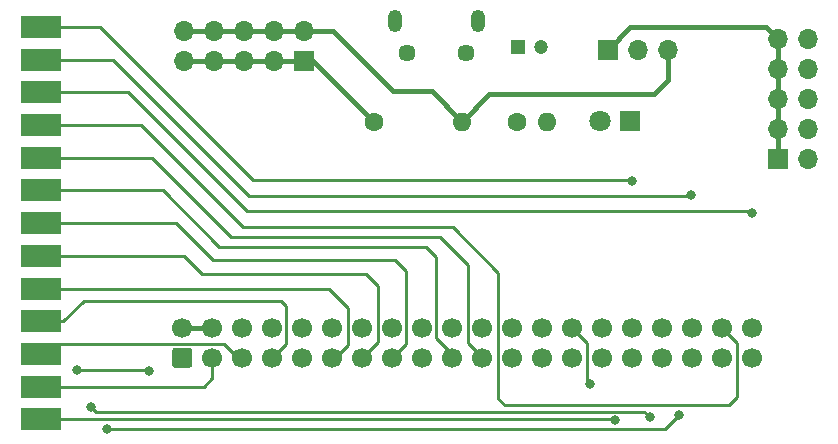
<source format=gbr>
%TF.GenerationSoftware,KiCad,Pcbnew,5.1.12-84ad8e8a86~92~ubuntu18.04.1*%
%TF.CreationDate,2022-06-27T01:27:44+02:00*%
%TF.ProjectId,Parallel-brk,50617261-6c6c-4656-9c2d-62726b2e6b69,rev?*%
%TF.SameCoordinates,Original*%
%TF.FileFunction,Copper,L2,Bot*%
%TF.FilePolarity,Positive*%
%FSLAX46Y46*%
G04 Gerber Fmt 4.6, Leading zero omitted, Abs format (unit mm)*
G04 Created by KiCad (PCBNEW 5.1.12-84ad8e8a86~92~ubuntu18.04.1) date 2022-06-27 01:27:44*
%MOMM*%
%LPD*%
G01*
G04 APERTURE LIST*
%TA.AperFunction,SMDPad,CuDef*%
%ADD10R,3.480000X1.846667*%
%TD*%
%TA.AperFunction,ComponentPad*%
%ADD11O,1.700000X1.700000*%
%TD*%
%TA.AperFunction,ComponentPad*%
%ADD12R,1.700000X1.700000*%
%TD*%
%TA.AperFunction,ComponentPad*%
%ADD13O,1.600000X1.600000*%
%TD*%
%TA.AperFunction,ComponentPad*%
%ADD14C,1.600000*%
%TD*%
%TA.AperFunction,ComponentPad*%
%ADD15O,1.200000X1.900000*%
%TD*%
%TA.AperFunction,ComponentPad*%
%ADD16C,1.450000*%
%TD*%
%TA.AperFunction,ComponentPad*%
%ADD17C,1.700000*%
%TD*%
%TA.AperFunction,ComponentPad*%
%ADD18C,1.800000*%
%TD*%
%TA.AperFunction,ComponentPad*%
%ADD19R,1.800000X1.800000*%
%TD*%
%TA.AperFunction,ComponentPad*%
%ADD20C,1.200000*%
%TD*%
%TA.AperFunction,ComponentPad*%
%ADD21R,1.200000X1.200000*%
%TD*%
%TA.AperFunction,ViaPad*%
%ADD22C,0.800000*%
%TD*%
%TA.AperFunction,Conductor*%
%ADD23C,0.400000*%
%TD*%
%TA.AperFunction,Conductor*%
%ADD24C,0.250000*%
%TD*%
G04 APERTURE END LIST*
D10*
%TO.P,J1,13*%
%TO.N,/s4*%
X100550000Y-45630000D03*
%TO.P,J1,12*%
%TO.N,/s5*%
X100550000Y-48400000D03*
%TO.P,J1,11*%
%TO.N,/s7*%
X100550000Y-51170000D03*
%TO.P,J1,10*%
%TO.N,/s6*%
X100550000Y-53940000D03*
%TO.P,J1,9*%
%TO.N,/d7*%
X100550000Y-56710000D03*
%TO.P,J1,8*%
%TO.N,/d6*%
X100550000Y-59480000D03*
%TO.P,J1,7*%
%TO.N,/d5*%
X100550000Y-62250000D03*
%TO.P,J1,6*%
%TO.N,/d4*%
X100550000Y-65020000D03*
%TO.P,J1,5*%
%TO.N,/d3*%
X100550000Y-67790000D03*
%TO.P,J1,4*%
%TO.N,/d2*%
X100550000Y-70560000D03*
%TO.P,J1,3*%
%TO.N,/d1*%
X100550000Y-73330000D03*
%TO.P,J1,2*%
%TO.N,/d0*%
X100550000Y-76100000D03*
%TO.P,J1,1*%
%TO.N,/c0*%
X100550000Y-78870000D03*
%TD*%
D11*
%TO.P,J6,10*%
%TO.N,+5V*%
X112690000Y-46010000D03*
%TO.P,J6,9*%
%TO.N,GND*%
X112690000Y-48550000D03*
%TO.P,J6,8*%
%TO.N,+5V*%
X115230000Y-46010000D03*
%TO.P,J6,7*%
%TO.N,GND*%
X115230000Y-48550000D03*
%TO.P,J6,6*%
%TO.N,+5V*%
X117770000Y-46010000D03*
%TO.P,J6,5*%
%TO.N,GND*%
X117770000Y-48550000D03*
%TO.P,J6,4*%
%TO.N,+5V*%
X120310000Y-46010000D03*
%TO.P,J6,3*%
%TO.N,GND*%
X120310000Y-48550000D03*
%TO.P,J6,2*%
%TO.N,+5V*%
X122850000Y-46010000D03*
D12*
%TO.P,J6,1*%
%TO.N,GND*%
X122850000Y-48550000D03*
%TD*%
D11*
%TO.P,J5,10*%
%TO.N,+3V3*%
X165540000Y-46690000D03*
%TO.P,J5,9*%
%TO.N,GND*%
X163000000Y-46690000D03*
%TO.P,J5,8*%
%TO.N,+3V3*%
X165540000Y-49230000D03*
%TO.P,J5,7*%
%TO.N,GND*%
X163000000Y-49230000D03*
%TO.P,J5,6*%
%TO.N,+3V3*%
X165540000Y-51770000D03*
%TO.P,J5,5*%
%TO.N,GND*%
X163000000Y-51770000D03*
%TO.P,J5,4*%
%TO.N,+3V3*%
X165540000Y-54310000D03*
%TO.P,J5,3*%
%TO.N,GND*%
X163000000Y-54310000D03*
%TO.P,J5,2*%
%TO.N,+3V3*%
X165540000Y-56850000D03*
D12*
%TO.P,J5,1*%
%TO.N,GND*%
X163000000Y-56850000D03*
%TD*%
D13*
%TO.P,R1,2*%
%TO.N,Net-(D1-Pad2)*%
X143440000Y-53650000D03*
D14*
%TO.P,R1,1*%
%TO.N,GND*%
X140900000Y-53650000D03*
%TD*%
D11*
%TO.P,J4,3*%
%TO.N,+5V*%
X153680000Y-47550000D03*
%TO.P,J4,2*%
%TO.N,+3V3*%
X151140000Y-47550000D03*
D12*
%TO.P,J4,1*%
%TO.N,GND*%
X148600000Y-47550000D03*
%TD*%
D15*
%TO.P,J3,6*%
%TO.N,GND*%
X130550000Y-45162500D03*
X137550000Y-45162500D03*
D16*
X131550000Y-47862500D03*
X136550000Y-47862500D03*
%TD*%
D17*
%TO.P,J2,40*%
%TO.N,/s7*%
X160810000Y-71110000D03*
%TO.P,J2,38*%
%TO.N,/s6*%
X158270000Y-71110000D03*
%TO.P,J2,36*%
%TO.N,/s5*%
X155730000Y-71110000D03*
%TO.P,J2,34*%
%TO.N,GND*%
X153190000Y-71110000D03*
%TO.P,J2,32*%
%TO.N,/s4*%
X150650000Y-71110000D03*
%TO.P,J2,30*%
%TO.N,GND*%
X148110000Y-71110000D03*
%TO.P,J2,28*%
%TO.N,/s3*%
X145570000Y-71110000D03*
%TO.P,J2,26*%
%TO.N,Net-(J2-Pad26)*%
X143030000Y-71110000D03*
%TO.P,J2,24*%
%TO.N,Net-(J2-Pad24)*%
X140490000Y-71110000D03*
%TO.P,J2,22*%
%TO.N,Net-(J2-Pad22)*%
X137950000Y-71110000D03*
%TO.P,J2,20*%
%TO.N,GND*%
X135410000Y-71110000D03*
%TO.P,J2,18*%
%TO.N,Net-(J2-Pad18)*%
X132870000Y-71110000D03*
%TO.P,J2,16*%
%TO.N,Net-(J2-Pad16)*%
X130330000Y-71110000D03*
%TO.P,J2,14*%
%TO.N,GND*%
X127790000Y-71110000D03*
%TO.P,J2,12*%
%TO.N,Net-(J2-Pad12)*%
X125250000Y-71110000D03*
%TO.P,J2,10*%
%TO.N,Net-(J2-Pad10)*%
X122710000Y-71110000D03*
%TO.P,J2,8*%
%TO.N,Net-(J2-Pad8)*%
X120170000Y-71110000D03*
%TO.P,J2,6*%
%TO.N,GND*%
X117630000Y-71110000D03*
%TO.P,J2,4*%
%TO.N,+5V*%
X115090000Y-71110000D03*
%TO.P,J2,2*%
X112550000Y-71110000D03*
%TO.P,J2,39*%
%TO.N,GND*%
X160810000Y-73650000D03*
%TO.P,J2,37*%
%TO.N,/c3*%
X158270000Y-73650000D03*
%TO.P,J2,35*%
%TO.N,/c2*%
X155730000Y-73650000D03*
%TO.P,J2,33*%
%TO.N,/c1*%
X153190000Y-73650000D03*
%TO.P,J2,31*%
%TO.N,/c0*%
X150650000Y-73650000D03*
%TO.P,J2,29*%
%TO.N,Net-(J2-Pad29)*%
X148110000Y-73650000D03*
%TO.P,J2,27*%
%TO.N,Net-(J2-Pad27)*%
X145570000Y-73650000D03*
%TO.P,J2,25*%
%TO.N,GND*%
X143030000Y-73650000D03*
%TO.P,J2,23*%
%TO.N,Net-(J2-Pad23)*%
X140490000Y-73650000D03*
%TO.P,J2,21*%
%TO.N,/d7*%
X137950000Y-73650000D03*
%TO.P,J2,19*%
%TO.N,/d6*%
X135410000Y-73650000D03*
%TO.P,J2,17*%
%TO.N,+3V3*%
X132870000Y-73650000D03*
%TO.P,J2,15*%
%TO.N,/d5*%
X130330000Y-73650000D03*
%TO.P,J2,13*%
%TO.N,/d4*%
X127790000Y-73650000D03*
%TO.P,J2,11*%
%TO.N,/d3*%
X125250000Y-73650000D03*
%TO.P,J2,9*%
%TO.N,GND*%
X122710000Y-73650000D03*
%TO.P,J2,7*%
%TO.N,/d2*%
X120170000Y-73650000D03*
%TO.P,J2,5*%
%TO.N,/d1*%
X117630000Y-73650000D03*
%TO.P,J2,3*%
%TO.N,/d0*%
X115090000Y-73650000D03*
%TO.P,J2,1*%
%TO.N,+3V3*%
%TA.AperFunction,ComponentPad*%
G36*
G01*
X113150000Y-74500000D02*
X111950000Y-74500000D01*
G75*
G02*
X111700000Y-74250000I0J250000D01*
G01*
X111700000Y-73050000D01*
G75*
G02*
X111950000Y-72800000I250000J0D01*
G01*
X113150000Y-72800000D01*
G75*
G02*
X113400000Y-73050000I0J-250000D01*
G01*
X113400000Y-74250000D01*
G75*
G02*
X113150000Y-74500000I-250000J0D01*
G01*
G37*
%TD.AperFunction*%
%TD*%
D18*
%TO.P,D1,2*%
%TO.N,Net-(D1-Pad2)*%
X147910000Y-53600000D03*
D19*
%TO.P,D1,1*%
%TO.N,+3V3*%
X150450000Y-53600000D03*
%TD*%
D20*
%TO.P,C2,2*%
%TO.N,+3V3*%
X142950000Y-47350000D03*
D21*
%TO.P,C2,1*%
%TO.N,GND*%
X140950000Y-47350000D03*
%TD*%
D13*
%TO.P,C1,2*%
%TO.N,+5V*%
X136250000Y-53650000D03*
D14*
%TO.P,C1,1*%
%TO.N,GND*%
X128750000Y-53650000D03*
%TD*%
D22*
%TO.N,/c2*%
X154650000Y-78450000D03*
X106150000Y-79650000D03*
%TO.N,/s3*%
X147100000Y-75900000D03*
X103650000Y-74700000D03*
X109750000Y-74750000D03*
%TO.N,/c1*%
X104850000Y-77850000D03*
X152150000Y-78700000D03*
%TO.N,/s4*%
X150650000Y-58700000D03*
%TO.N,/s5*%
X155600000Y-59900000D03*
%TO.N,/s7*%
X160800000Y-61350000D03*
%TO.N,/c0*%
X149150000Y-78950000D03*
%TD*%
D23*
%TO.N,+5V*%
X153680000Y-47550000D02*
X153680000Y-50120000D01*
X153680000Y-50120000D02*
X152450000Y-51350000D01*
X138550000Y-51350000D02*
X136250000Y-53650000D01*
X152450000Y-51350000D02*
X138550000Y-51350000D01*
X112690000Y-46010000D02*
X115230000Y-46010000D01*
X115230000Y-46010000D02*
X117770000Y-46010000D01*
X117770000Y-46010000D02*
X120310000Y-46010000D01*
X120310000Y-46010000D02*
X122850000Y-46010000D01*
X122850000Y-46010000D02*
X125310000Y-46010000D01*
X125310000Y-46010000D02*
X130400000Y-51100000D01*
X133700000Y-51100000D02*
X136250000Y-53650000D01*
X130400000Y-51100000D02*
X133700000Y-51100000D01*
X112550000Y-71110000D02*
X115090000Y-71110000D01*
%TO.N,GND*%
X148600000Y-47550000D02*
X150500000Y-45650000D01*
X161960000Y-45650000D02*
X163000000Y-46690000D01*
X150500000Y-45650000D02*
X161960000Y-45650000D01*
X163000000Y-46690000D02*
X163000000Y-49230000D01*
X163000000Y-49230000D02*
X163000000Y-51770000D01*
X163000000Y-51770000D02*
X163000000Y-54310000D01*
X163000000Y-54310000D02*
X163000000Y-56850000D01*
X112690000Y-48550000D02*
X115230000Y-48550000D01*
X115230000Y-48550000D02*
X117770000Y-48550000D01*
X117770000Y-48550000D02*
X120310000Y-48550000D01*
X120310000Y-48550000D02*
X122850000Y-48550000D01*
X123650000Y-48550000D02*
X128750000Y-53650000D01*
X122850000Y-48550000D02*
X123650000Y-48550000D01*
D24*
%TO.N,/c2*%
X154650000Y-78450000D02*
X153424999Y-79675001D01*
X106175001Y-79675001D02*
X106150000Y-79650000D01*
X153424999Y-79675001D02*
X106175001Y-79675001D01*
%TO.N,/s3*%
X147100000Y-75900000D02*
X146850000Y-75650000D01*
X146850000Y-72390000D02*
X145570000Y-71110000D01*
X146850000Y-75650000D02*
X146850000Y-72390000D01*
X103650000Y-74700000D02*
X109700000Y-74700000D01*
X109700000Y-74700000D02*
X109750000Y-74750000D01*
%TO.N,/c1*%
X151674999Y-78224999D02*
X152150000Y-78700000D01*
X104850000Y-77850000D02*
X105224999Y-78224999D01*
X105224999Y-78224999D02*
X151674999Y-78224999D01*
%TO.N,/s4*%
X100550000Y-45630000D02*
X105580000Y-45630000D01*
X105580000Y-45630000D02*
X118550000Y-58600000D01*
X118550000Y-58600000D02*
X150550000Y-58600000D01*
X150550000Y-58600000D02*
X150650000Y-58700000D01*
%TO.N,/s5*%
X100550000Y-48400000D02*
X106650000Y-48400000D01*
X106650000Y-48400000D02*
X118200000Y-59950000D01*
X118200000Y-59950000D02*
X155550000Y-59950000D01*
X155550000Y-59950000D02*
X155600000Y-59900000D01*
%TO.N,/s7*%
X100550000Y-51170000D02*
X107920000Y-51170000D01*
X107920000Y-51170000D02*
X118000000Y-61250000D01*
X118000000Y-61250000D02*
X136600000Y-61250000D01*
X136600000Y-61250000D02*
X160700000Y-61250000D01*
X160700000Y-61250000D02*
X160800000Y-61350000D01*
%TO.N,/s6*%
X100550000Y-53940000D02*
X109040000Y-53940000D01*
X109040000Y-53940000D02*
X117700000Y-62600000D01*
X117700000Y-62600000D02*
X135450000Y-62600000D01*
X139314999Y-66464999D02*
X139314999Y-77114999D01*
X135450000Y-62600000D02*
X139314999Y-66464999D01*
X139314999Y-77114999D02*
X139850000Y-77650000D01*
X139850000Y-77650000D02*
X158850000Y-77650000D01*
X158850000Y-77650000D02*
X159550000Y-76950000D01*
X159550000Y-72390000D02*
X158270000Y-71110000D01*
X159550000Y-76950000D02*
X159550000Y-72390000D01*
%TO.N,/d7*%
X100550000Y-56710000D02*
X109960000Y-56710000D01*
X109960000Y-56710000D02*
X116700000Y-63450000D01*
X116700000Y-63450000D02*
X134400000Y-63450000D01*
X136774999Y-65824999D02*
X136774999Y-72424999D01*
X134400000Y-63450000D02*
X136774999Y-65824999D01*
X137950000Y-73600000D02*
X137950000Y-73650000D01*
X136774999Y-72424999D02*
X137950000Y-73600000D01*
%TO.N,/d6*%
X100550000Y-59480000D02*
X110880000Y-59480000D01*
X110880000Y-59480000D02*
X115700000Y-64300000D01*
X115700000Y-64300000D02*
X133200000Y-64300000D01*
X134045001Y-65145001D02*
X134045001Y-71995001D01*
X133200000Y-64300000D02*
X134045001Y-65145001D01*
X135410000Y-73360000D02*
X135410000Y-73650000D01*
X134045001Y-71995001D02*
X135410000Y-73360000D01*
%TO.N,/d5*%
X100550000Y-62250000D02*
X112050000Y-62250000D01*
X112050000Y-62250000D02*
X115150000Y-65350000D01*
X115150000Y-65350000D02*
X130550000Y-65350000D01*
X131505001Y-72474999D02*
X130330000Y-73650000D01*
X131505001Y-66305001D02*
X131505001Y-72474999D01*
X130550000Y-65350000D02*
X131505001Y-66305001D01*
%TO.N,/d4*%
X100550000Y-65020000D02*
X112670000Y-65020000D01*
X112670000Y-65020000D02*
X114200000Y-66550000D01*
X114200000Y-66550000D02*
X128100000Y-66550000D01*
X129154999Y-72285001D02*
X127790000Y-73650000D01*
X129154999Y-67604999D02*
X129154999Y-72285001D01*
X128100000Y-66550000D02*
X129154999Y-67604999D01*
%TO.N,/d1*%
X101405010Y-72474990D02*
X116125010Y-72474990D01*
X100550000Y-73330000D02*
X101405010Y-72474990D01*
X117300020Y-73650000D02*
X117630000Y-73650000D01*
X116125010Y-72474990D02*
X117300020Y-73650000D01*
%TO.N,/d0*%
X100550000Y-76100000D02*
X114350000Y-76100000D01*
X115090000Y-75360000D02*
X115090000Y-73650000D01*
X114350000Y-76100000D02*
X115090000Y-75360000D01*
%TO.N,/c0*%
X100550000Y-78870000D02*
X149070000Y-78870000D01*
X149070000Y-78870000D02*
X149150000Y-78950000D01*
%TO.N,/d3*%
X100550000Y-67790000D02*
X124940000Y-67790000D01*
X126614999Y-69464999D02*
X126614999Y-72535001D01*
X124940000Y-67790000D02*
X126614999Y-69464999D01*
X125500000Y-73650000D02*
X125250000Y-73650000D01*
X126614999Y-72535001D02*
X125500000Y-73650000D01*
%TO.N,/d2*%
X121345001Y-72474999D02*
X121345001Y-69295001D01*
X120170000Y-73650000D02*
X121345001Y-72474999D01*
X121345001Y-69295001D02*
X120900000Y-68850000D01*
X120900000Y-68850000D02*
X104200000Y-68850000D01*
X102490000Y-70560000D02*
X100550000Y-70560000D01*
X104200000Y-68850000D02*
X102490000Y-70560000D01*
%TD*%
M02*

</source>
